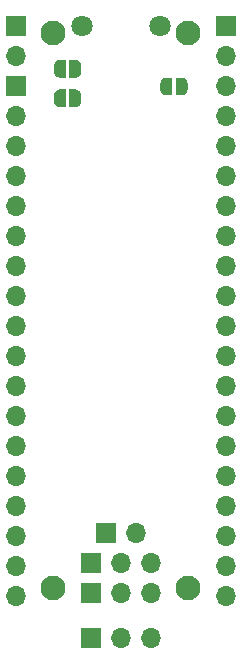
<source format=gbs>
%TF.GenerationSoftware,KiCad,Pcbnew,(5.1.10)-1*%
%TF.CreationDate,2021-05-16T15:19:33-05:00*%
%TF.ProjectId,rpi-pico-debugger-shoe,7270692d-7069-4636-9f2d-646562756767,v01*%
%TF.SameCoordinates,Original*%
%TF.FileFunction,Soldermask,Bot*%
%TF.FilePolarity,Negative*%
%FSLAX46Y46*%
G04 Gerber Fmt 4.6, Leading zero omitted, Abs format (unit mm)*
G04 Created by KiCad (PCBNEW (5.1.10)-1) date 2021-05-16 15:19:33*
%MOMM*%
%LPD*%
G01*
G04 APERTURE LIST*
%ADD10R,1.700000X1.700000*%
%ADD11O,1.700000X1.700000*%
%ADD12C,1.800000*%
%ADD13C,2.100000*%
%ADD14C,0.100000*%
G04 APERTURE END LIST*
D10*
%TO.C,J8*%
X128610000Y-77370000D03*
D11*
X128610000Y-79910000D03*
%TD*%
D10*
%TO.C,J7*%
X134960000Y-129210000D03*
D11*
X137500000Y-129210000D03*
X140040000Y-129210000D03*
%TD*%
D10*
%TO.C,J6*%
X134960000Y-125400000D03*
D11*
X137500000Y-125400000D03*
X140040000Y-125400000D03*
%TD*%
D10*
%TO.C,J5*%
X146390000Y-77370000D03*
D11*
X146390000Y-79910000D03*
X146390000Y-82450000D03*
X146390000Y-84990000D03*
X146390000Y-87530000D03*
X146390000Y-90070000D03*
X146390000Y-92610000D03*
X146390000Y-95150000D03*
X146390000Y-97690000D03*
X146390000Y-100230000D03*
X146390000Y-102770000D03*
X146390000Y-105310000D03*
X146390000Y-107850000D03*
X146390000Y-110390000D03*
X146390000Y-112930000D03*
X146390000Y-115470000D03*
X146390000Y-118010000D03*
X146390000Y-120550000D03*
X146390000Y-123090000D03*
X146390000Y-125630000D03*
%TD*%
D10*
%TO.C,J4*%
X128610000Y-82450000D03*
D11*
X128610000Y-84990000D03*
X128610000Y-87530000D03*
X128610000Y-90070000D03*
X128610000Y-92610000D03*
X128610000Y-95150000D03*
X128610000Y-97690000D03*
X128610000Y-100230000D03*
X128610000Y-102770000D03*
X128610000Y-105310000D03*
X128610000Y-107850000D03*
X128610000Y-110390000D03*
X128610000Y-112930000D03*
X128610000Y-115470000D03*
X128610000Y-118010000D03*
X128610000Y-120550000D03*
X128610000Y-123090000D03*
X128610000Y-125630000D03*
%TD*%
D10*
%TO.C,J3*%
X134960000Y-122860000D03*
D11*
X137500000Y-122860000D03*
X140040000Y-122860000D03*
%TD*%
D10*
%TO.C,J2*%
X136230000Y-120320000D03*
D11*
X138770000Y-120320000D03*
%TD*%
D12*
%TO.C,J1*%
X140800000Y-77400000D03*
X134200000Y-77400000D03*
%TD*%
D13*
%TO.C,H1*%
X131800000Y-78000000D03*
%TD*%
%TO.C,H4*%
X143200000Y-125000000D03*
%TD*%
%TO.C,H3*%
X131800000Y-125000000D03*
%TD*%
%TO.C,H2*%
X143200000Y-78000000D03*
%TD*%
D14*
%TO.C,JP3*%
G36*
X142150000Y-81750000D02*
G01*
X142650000Y-81750000D01*
X142650000Y-81750602D01*
X142674534Y-81750602D01*
X142723365Y-81755412D01*
X142771490Y-81764984D01*
X142818445Y-81779228D01*
X142863778Y-81798005D01*
X142907051Y-81821136D01*
X142947850Y-81848396D01*
X142985779Y-81879524D01*
X143020476Y-81914221D01*
X143051604Y-81952150D01*
X143078864Y-81992949D01*
X143101995Y-82036222D01*
X143120772Y-82081555D01*
X143135016Y-82128510D01*
X143144588Y-82176635D01*
X143149398Y-82225466D01*
X143149398Y-82250000D01*
X143150000Y-82250000D01*
X143150000Y-82750000D01*
X143149398Y-82750000D01*
X143149398Y-82774534D01*
X143144588Y-82823365D01*
X143135016Y-82871490D01*
X143120772Y-82918445D01*
X143101995Y-82963778D01*
X143078864Y-83007051D01*
X143051604Y-83047850D01*
X143020476Y-83085779D01*
X142985779Y-83120476D01*
X142947850Y-83151604D01*
X142907051Y-83178864D01*
X142863778Y-83201995D01*
X142818445Y-83220772D01*
X142771490Y-83235016D01*
X142723365Y-83244588D01*
X142674534Y-83249398D01*
X142650000Y-83249398D01*
X142650000Y-83250000D01*
X142150000Y-83250000D01*
X142150000Y-81750000D01*
G37*
G36*
X141350000Y-83249398D02*
G01*
X141325466Y-83249398D01*
X141276635Y-83244588D01*
X141228510Y-83235016D01*
X141181555Y-83220772D01*
X141136222Y-83201995D01*
X141092949Y-83178864D01*
X141052150Y-83151604D01*
X141014221Y-83120476D01*
X140979524Y-83085779D01*
X140948396Y-83047850D01*
X140921136Y-83007051D01*
X140898005Y-82963778D01*
X140879228Y-82918445D01*
X140864984Y-82871490D01*
X140855412Y-82823365D01*
X140850602Y-82774534D01*
X140850602Y-82750000D01*
X140850000Y-82750000D01*
X140850000Y-82250000D01*
X140850602Y-82250000D01*
X140850602Y-82225466D01*
X140855412Y-82176635D01*
X140864984Y-82128510D01*
X140879228Y-82081555D01*
X140898005Y-82036222D01*
X140921136Y-81992949D01*
X140948396Y-81952150D01*
X140979524Y-81914221D01*
X141014221Y-81879524D01*
X141052150Y-81848396D01*
X141092949Y-81821136D01*
X141136222Y-81798005D01*
X141181555Y-81779228D01*
X141228510Y-81764984D01*
X141276635Y-81755412D01*
X141325466Y-81750602D01*
X141350000Y-81750602D01*
X141350000Y-81750000D01*
X141850000Y-81750000D01*
X141850000Y-83250000D01*
X141350000Y-83250000D01*
X141350000Y-83249398D01*
G37*
%TD*%
%TO.C,JP2*%
G36*
X133150000Y-82750000D02*
G01*
X133650000Y-82750000D01*
X133650000Y-82750602D01*
X133674534Y-82750602D01*
X133723365Y-82755412D01*
X133771490Y-82764984D01*
X133818445Y-82779228D01*
X133863778Y-82798005D01*
X133907051Y-82821136D01*
X133947850Y-82848396D01*
X133985779Y-82879524D01*
X134020476Y-82914221D01*
X134051604Y-82952150D01*
X134078864Y-82992949D01*
X134101995Y-83036222D01*
X134120772Y-83081555D01*
X134135016Y-83128510D01*
X134144588Y-83176635D01*
X134149398Y-83225466D01*
X134149398Y-83250000D01*
X134150000Y-83250000D01*
X134150000Y-83750000D01*
X134149398Y-83750000D01*
X134149398Y-83774534D01*
X134144588Y-83823365D01*
X134135016Y-83871490D01*
X134120772Y-83918445D01*
X134101995Y-83963778D01*
X134078864Y-84007051D01*
X134051604Y-84047850D01*
X134020476Y-84085779D01*
X133985779Y-84120476D01*
X133947850Y-84151604D01*
X133907051Y-84178864D01*
X133863778Y-84201995D01*
X133818445Y-84220772D01*
X133771490Y-84235016D01*
X133723365Y-84244588D01*
X133674534Y-84249398D01*
X133650000Y-84249398D01*
X133650000Y-84250000D01*
X133150000Y-84250000D01*
X133150000Y-82750000D01*
G37*
G36*
X132350000Y-84249398D02*
G01*
X132325466Y-84249398D01*
X132276635Y-84244588D01*
X132228510Y-84235016D01*
X132181555Y-84220772D01*
X132136222Y-84201995D01*
X132092949Y-84178864D01*
X132052150Y-84151604D01*
X132014221Y-84120476D01*
X131979524Y-84085779D01*
X131948396Y-84047850D01*
X131921136Y-84007051D01*
X131898005Y-83963778D01*
X131879228Y-83918445D01*
X131864984Y-83871490D01*
X131855412Y-83823365D01*
X131850602Y-83774534D01*
X131850602Y-83750000D01*
X131850000Y-83750000D01*
X131850000Y-83250000D01*
X131850602Y-83250000D01*
X131850602Y-83225466D01*
X131855412Y-83176635D01*
X131864984Y-83128510D01*
X131879228Y-83081555D01*
X131898005Y-83036222D01*
X131921136Y-82992949D01*
X131948396Y-82952150D01*
X131979524Y-82914221D01*
X132014221Y-82879524D01*
X132052150Y-82848396D01*
X132092949Y-82821136D01*
X132136222Y-82798005D01*
X132181555Y-82779228D01*
X132228510Y-82764984D01*
X132276635Y-82755412D01*
X132325466Y-82750602D01*
X132350000Y-82750602D01*
X132350000Y-82750000D01*
X132850000Y-82750000D01*
X132850000Y-84250000D01*
X132350000Y-84250000D01*
X132350000Y-84249398D01*
G37*
%TD*%
%TO.C,JP1*%
G36*
X133150000Y-80250000D02*
G01*
X133650000Y-80250000D01*
X133650000Y-80250602D01*
X133674534Y-80250602D01*
X133723365Y-80255412D01*
X133771490Y-80264984D01*
X133818445Y-80279228D01*
X133863778Y-80298005D01*
X133907051Y-80321136D01*
X133947850Y-80348396D01*
X133985779Y-80379524D01*
X134020476Y-80414221D01*
X134051604Y-80452150D01*
X134078864Y-80492949D01*
X134101995Y-80536222D01*
X134120772Y-80581555D01*
X134135016Y-80628510D01*
X134144588Y-80676635D01*
X134149398Y-80725466D01*
X134149398Y-80750000D01*
X134150000Y-80750000D01*
X134150000Y-81250000D01*
X134149398Y-81250000D01*
X134149398Y-81274534D01*
X134144588Y-81323365D01*
X134135016Y-81371490D01*
X134120772Y-81418445D01*
X134101995Y-81463778D01*
X134078864Y-81507051D01*
X134051604Y-81547850D01*
X134020476Y-81585779D01*
X133985779Y-81620476D01*
X133947850Y-81651604D01*
X133907051Y-81678864D01*
X133863778Y-81701995D01*
X133818445Y-81720772D01*
X133771490Y-81735016D01*
X133723365Y-81744588D01*
X133674534Y-81749398D01*
X133650000Y-81749398D01*
X133650000Y-81750000D01*
X133150000Y-81750000D01*
X133150000Y-80250000D01*
G37*
G36*
X132350000Y-81749398D02*
G01*
X132325466Y-81749398D01*
X132276635Y-81744588D01*
X132228510Y-81735016D01*
X132181555Y-81720772D01*
X132136222Y-81701995D01*
X132092949Y-81678864D01*
X132052150Y-81651604D01*
X132014221Y-81620476D01*
X131979524Y-81585779D01*
X131948396Y-81547850D01*
X131921136Y-81507051D01*
X131898005Y-81463778D01*
X131879228Y-81418445D01*
X131864984Y-81371490D01*
X131855412Y-81323365D01*
X131850602Y-81274534D01*
X131850602Y-81250000D01*
X131850000Y-81250000D01*
X131850000Y-80750000D01*
X131850602Y-80750000D01*
X131850602Y-80725466D01*
X131855412Y-80676635D01*
X131864984Y-80628510D01*
X131879228Y-80581555D01*
X131898005Y-80536222D01*
X131921136Y-80492949D01*
X131948396Y-80452150D01*
X131979524Y-80414221D01*
X132014221Y-80379524D01*
X132052150Y-80348396D01*
X132092949Y-80321136D01*
X132136222Y-80298005D01*
X132181555Y-80279228D01*
X132228510Y-80264984D01*
X132276635Y-80255412D01*
X132325466Y-80250602D01*
X132350000Y-80250602D01*
X132350000Y-80250000D01*
X132850000Y-80250000D01*
X132850000Y-81750000D01*
X132350000Y-81750000D01*
X132350000Y-81749398D01*
G37*
%TD*%
M02*

</source>
